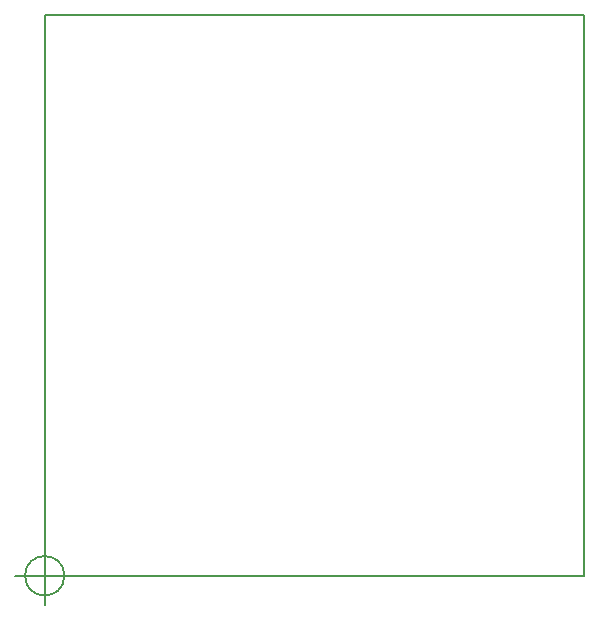
<source format=gm1>
%TF.GenerationSoftware,KiCad,Pcbnew,(2017-10-17 revision 537804b)-master*%
%TF.CreationDate,2018-09-04T11:21:01+02:00*%
%TF.ProjectId,rf_matching,72665F6D61746368696E672E6B696361,rev?*%
%TF.SameCoordinates,Original*%
%TF.FileFunction,Profile,NP*%
%FSLAX46Y46*%
G04 Gerber Fmt 4.6, Leading zero omitted, Abs format (unit mm)*
G04 Created by KiCad (PCBNEW (2017-10-17 revision 537804b)-master) date Tuesday, 04 September 2018 'AMt' 11:21:01*
%MOMM*%
%LPD*%
G01*
G04 APERTURE LIST*
%ADD10C,0.150000*%
G04 APERTURE END LIST*
D10*
X145641666Y-118750000D02*
G75*
G03X145641666Y-118750000I-1666666J0D01*
G01*
X141475000Y-118750000D02*
X146475000Y-118750000D01*
X143975000Y-116250000D02*
X143975000Y-121250000D01*
X144000000Y-71300000D02*
X144000000Y-118775000D01*
X189650000Y-71300000D02*
X144000000Y-71300000D01*
X189650000Y-118775000D02*
X189650000Y-71300000D01*
X144000000Y-118775000D02*
X189650000Y-118775000D01*
M02*

</source>
